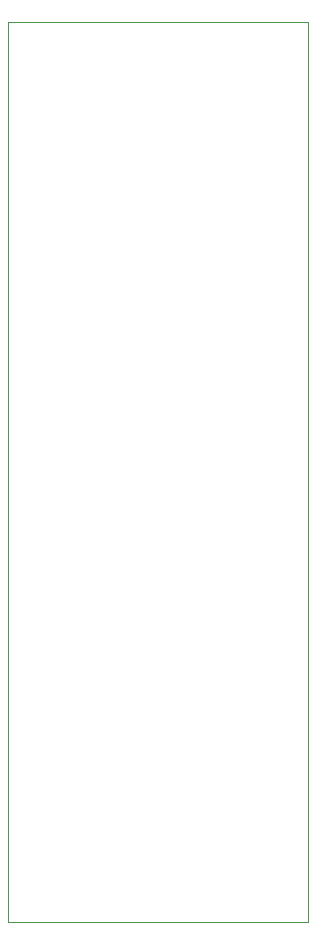
<source format=gm1>
G04 #@! TF.GenerationSoftware,KiCad,Pcbnew,9.0.6*
G04 #@! TF.CreationDate,2026-01-08T14:27:29-06:00*
G04 #@! TF.ProjectId,QFN-56_8x8_P0.5,51464e2d-3536-45f3-9878-385f50302e35,rev?*
G04 #@! TF.SameCoordinates,Original*
G04 #@! TF.FileFunction,Profile,NP*
%FSLAX46Y46*%
G04 Gerber Fmt 4.6, Leading zero omitted, Abs format (unit mm)*
G04 Created by KiCad (PCBNEW 9.0.6) date 2026-01-08 14:27:29*
%MOMM*%
%LPD*%
G01*
G04 APERTURE LIST*
G04 #@! TA.AperFunction,Profile*
%ADD10C,0.050000*%
G04 #@! TD*
G04 APERTURE END LIST*
D10*
X125730000Y-82550000D02*
X151130000Y-82550000D01*
X151130000Y-158750000D01*
X125730000Y-158750000D01*
X125730000Y-82550000D01*
M02*

</source>
